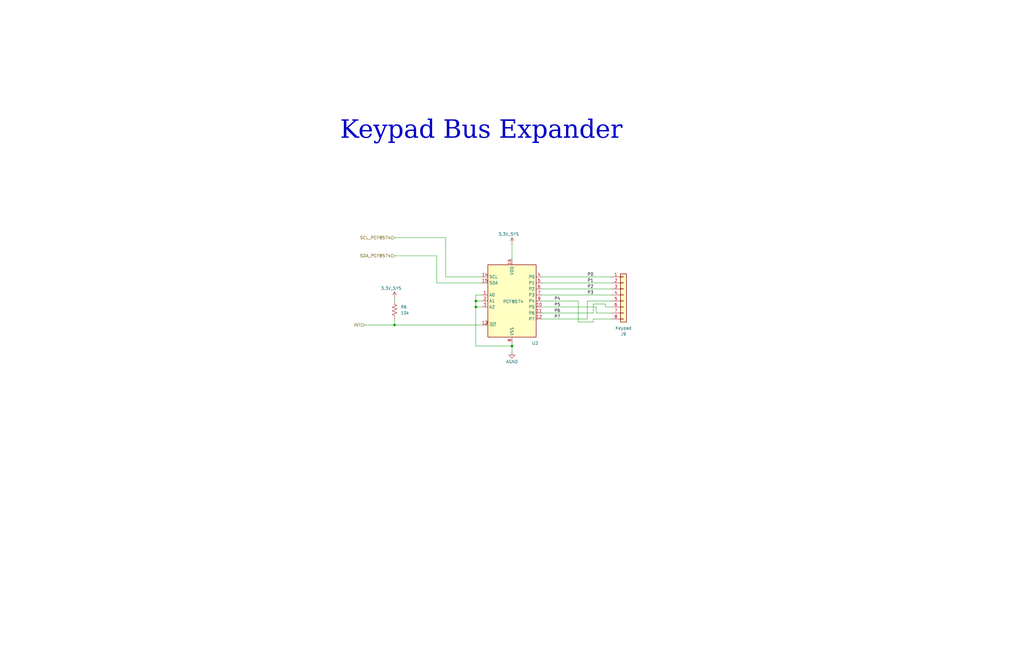
<source format=kicad_sch>
(kicad_sch (version 20231120) (generator "eeschema") (generator_version "8.0")
  (paper "B")
  (title_block (title "SCAN") (date "2025-01-30") (rev "v1.1") (company "Senior Design Group 35"))
  (lib_symbols
    (symbol "Connector_Generic:Conn_01x08" (pin_names (offset 1.016) hide)
      (property "Reference" "J" (at 0 10.16 0))
      (property "Value" "Conn_01x08" (at 0 -12.7 0))
      (symbol "Conn_01x08_1_1"
        (rectangle (start -1.27 -10.033) (end 0 -10.287) (stroke (width 0.1524)))
        (rectangle (start -1.27 -7.493) (end 0 -7.747) (stroke (width 0.1524)))
        (rectangle (start -1.27 -4.953) (end 0 -5.207) (stroke (width 0.1524)))
        (rectangle (start -1.27 -2.413) (end 0 -2.667) (stroke (width 0.1524)))
        (rectangle (start -1.27 0.127) (end 0 -0.127) (stroke (width 0.1524)))
        (rectangle (start -1.27 2.667) (end 0 2.413) (stroke (width 0.1524)))
        (rectangle (start -1.27 5.207) (end 0 4.953) (stroke (width 0.1524)))
        (rectangle (start -1.27 7.747) (end 0 7.493) (stroke (width 0.1524)))
        (rectangle (start -1.27 8.89) (end 1.27 -11.43) (stroke (width 0.254)) (fill (type background)))
        (pin passive line (at -5.08 7.62 0) (length 3.81) (name "Pin_1") (number "1"))
        (pin passive line (at -5.08 5.08 0) (length 3.81) (name "Pin_2") (number "2"))
        (pin passive line (at -5.08 2.54 0) (length 3.81) (name "Pin_3") (number "3"))
        (pin passive line (at -5.08 0 0) (length 3.81) (name "Pin_4") (number "4"))
        (pin passive line (at -5.08 -2.54 0) (length 3.81) (name "Pin_5") (number "5"))
        (pin passive line (at -5.08 -5.08 0) (length 3.81) (name "Pin_6") (number "6"))
        (pin passive line (at -5.08 -7.62 0) (length 3.81) (name "Pin_7") (number "7"))
        (pin passive line (at -5.08 -10.16 0) (length 3.81) (name "Pin_8") (number "8"))
      )
    )
    (symbol "Device:R_US" (pin_numbers hide) (pin_names (offset 0))
      (property "Reference" "R" (at 2.54 0 90))
      (property "Value" "R_US" (at -2.54 0 90))
      (symbol "R_US_0_1"
        (polyline (pts (xy 0 -2.286) (xy 0 -2.54)))
        (polyline (pts (xy 0 2.286) (xy 0 2.54)))
        (polyline (pts (xy 0 -0.762) (xy 1.016 -1.143) (xy 0 -1.524) (xy -1.016 -1.905) (xy 0 -2.286)))
        (polyline (pts (xy 0 0.762) (xy 1.016 0.381) (xy 0 0) (xy -1.016 -0.381) (xy 0 -0.762)))
        (polyline (pts (xy 0 2.286) (xy 1.016 1.905) (xy 0 1.524) (xy -1.016 1.143) (xy 0 0.762)))
      )
      (symbol "R_US_1_1"
        (pin passive line (at 0 3.81 270) (length 1.27) (name "~") (number "1"))
        (pin passive line (at 0 -3.81 90) (length 1.27) (name "~") (number "2"))
      )
    )
    (symbol "Interface_Expansion:PCF8574"
      (property "Reference" "U" (at -8.89 16.51 0))
      (property "Value" "PCF8574" (at 2.54 16.51 0))
      (symbol "PCF8574_0_1"
        (rectangle (start -10.16 15.24) (end 10.16 -15.24) (stroke (width 0.254)) (fill (type background)))
      )
      (symbol "PCF8574_1_1"
        (pin input line (at -12.7 2.54 0) (length 2.54) (name "A0") (number "1"))
        (pin bidirectional line (at 12.7 -2.54 180) (length 2.54) (name "P5") (number "10"))
        (pin bidirectional line (at 12.7 -5.08 180) (length 2.54) (name "P6") (number "11"))
        (pin bidirectional line (at 12.7 -7.62 180) (length 2.54) (name "P7") (number "12"))
        (pin open_collector output_low (at -12.7 -10.16 0) (length 2.54) (name "~{INT}") (number "13"))
        (pin input line (at -12.7 10.16 0) (length 2.54) (name "SCL") (number "14"))
        (pin bidirectional line (at -12.7 7.62 0) (length 2.54) (name "SDA") (number "15"))
        (pin power_in line (at 0 17.78 270) (length 2.54) (name "VDD") (number "16"))
        (pin input line (at -12.7 0 0) (length 2.54) (name "A1") (number "2"))
        (pin input line (at -12.7 -2.54 0) (length 2.54) (name "A2") (number "3"))
        (pin bidirectional line (at 12.7 10.16 180) (length 2.54) (name "P0") (number "4"))
        (pin bidirectional line (at 12.7 7.62 180) (length 2.54) (name "P1") (number "5"))
        (pin bidirectional line (at 12.7 5.08 180) (length 2.54) (name "P2") (number "6"))
        (pin bidirectional line (at 12.7 2.54 180) (length 2.54) (name "P3") (number "7"))
        (pin power_in line (at 0 -17.78 90) (length 2.54) (name "VSS") (number "8"))
        (pin bidirectional line (at 12.7 0 180) (length 2.54) (name "P4") (number "9"))
      )
    )
    (symbol "power:+3.3V" (power) (pin_numbers hide) (pin_names (offset 0) hide)
      (property "Value" "+3.3V" (at 0 3.556 0))
      (symbol "+3.3V_0_1"
        (polyline (pts (xy -0.762 1.27) (xy 0 2.54)))
        (polyline (pts (xy 0 0) (xy 0 2.54)))
        (polyline (pts (xy 0 2.54) (xy 0.762 1.27)))
      )
      (symbol "+3.3V_1_1"
        (pin power_in line (at 0 0 90) (length 0) (name "~") (number "1"))
      )
    )
    (symbol "power:GND" (power) (pin_numbers hide) (pin_names (offset 0) hide)
      (property "Value" "GND" (at 0 -3.81 0))
      (symbol "GND_0_1"
        (polyline (pts (xy 0 0) (xy 0 -1.27) (xy 1.27 -1.27) (xy 0 -2.54) (xy -1.27 -1.27) (xy 0 -1.27)))
      )
      (symbol "GND_1_1"
        (pin power_in line (at 0 0 270) (length 0) (name "~") (number "1"))
      )
    )
  )
  (junction (at 215.9 146.05))
  (junction (at 166.37 137.16))
  (junction (at 200.66 129.54))
  (junction (at 200.66 127))
  (wire (pts (xy 250.19 128.27) (xy 255.27 128.27)))
  (wire (pts (xy 228.6 127) (xy 243.84 127)))
  (wire (pts (xy 228.6 129.54) (xy 251.46 129.54)))
  (wire (pts (xy 215.9 102.87) (xy 215.9 109.22)))
  (wire (pts (xy 166.37 107.95) (xy 184.15 107.95)))
  (wire (pts (xy 166.37 137.16) (xy 166.37 134.62)))
  (wire (pts (xy 200.66 127) (xy 203.2 127)))
  (wire (pts (xy 215.9 148.59) (xy 215.9 146.05)))
  (wire (pts (xy 215.9 146.05) (xy 215.9 144.78)))
  (wire (pts (xy 153.67 137.16) (xy 166.37 137.16)))
  (wire (pts (xy 257.81 119.38) (xy 228.6 119.38)))
  (wire (pts (xy 257.81 124.46) (xy 228.6 124.46)))
  (wire (pts (xy 200.66 146.05) (xy 215.9 146.05)))
  (wire (pts (xy 247.65 134.62) (xy 247.65 127)))
  (wire (pts (xy 250.19 135.89) (xy 250.19 134.62)))
  (wire (pts (xy 250.19 134.62) (xy 257.81 134.62)))
  (wire (pts (xy 166.37 125.73) (xy 166.37 127)))
  (wire (pts (xy 184.15 119.38) (xy 203.2 119.38)))
  (wire (pts (xy 243.84 127) (xy 243.84 135.89)))
  (wire (pts (xy 257.81 121.92) (xy 228.6 121.92)))
  (wire (pts (xy 251.46 132.08) (xy 257.81 132.08)))
  (wire (pts (xy 200.66 124.46) (xy 200.66 127)))
  (wire (pts (xy 250.19 132.08) (xy 250.19 128.27)))
  (wire (pts (xy 257.81 116.84) (xy 228.6 116.84)))
  (wire (pts (xy 200.66 129.54) (xy 200.66 146.05)))
  (wire (pts (xy 200.66 124.46) (xy 203.2 124.46)))
  (wire (pts (xy 247.65 127) (xy 257.81 127)))
  (wire (pts (xy 187.96 100.33) (xy 187.96 116.84)))
  (wire (pts (xy 251.46 129.54) (xy 251.46 132.08)))
  (wire (pts (xy 200.66 129.54) (xy 203.2 129.54)))
  (wire (pts (xy 228.6 132.08) (xy 250.19 132.08)))
  (wire (pts (xy 187.96 116.84) (xy 203.2 116.84)))
  (wire (pts (xy 228.6 134.62) (xy 247.65 134.62)))
  (wire (pts (xy 166.37 100.33) (xy 187.96 100.33)))
  (wire (pts (xy 255.27 129.54) (xy 257.81 129.54)))
  (wire (pts (xy 200.66 127) (xy 200.66 129.54)))
  (wire (pts (xy 166.37 137.16) (xy 203.2 137.16)))
  (wire (pts (xy 243.84 135.89) (xy 250.19 135.89)))
  (wire (pts (xy 255.27 128.27) (xy 255.27 129.54)))
  (wire (pts (xy 184.15 107.95) (xy 184.15 119.38)))
  (rectangle (start 187.96 101.6) (end 187.96 101.6))
  (text "Keypad Bus Expander" (at 202.946 57.15 0) (effects (font (size 7.62 7.62) (thickness 0.9525))))
  (label "P3" (at 247.65 124.46 0))
  (label "P7" (at 233.68 134.62 0))
  (label "P1" (at 247.65 119.38 0))
  (label "P4" (at 233.68 127 0))
  (label "P2" (at 247.65 121.92 0))
  (label "P5" (at 233.68 129.54 0))
  (label "P6" (at 233.68 132.08 0))
  (label "P0" (at 247.65 116.84 0))
  (hierarchical_label "INT" (shape input) (at 153.67 137.16 180))
  (hierarchical_label "SCL_PCF8574" (shape input) (at 166.37 100.33 180))
  (hierarchical_label "SDA_PCF8574" (shape input) (at 166.37 107.95 180))
  (symbol (lib_id "power:GND") (at 215.9 148.59 0) (unit 1)
    (property "Reference" "#PWR044" (effects (hide yes)))
    (property "Value" "AGND" (at 215.9 152.654 0))
    (property "Description" "Power symbol creates a global label with name \"GND\" , ground" (effects (hide yes)))
  )
  (symbol (lib_id "Interface_Expansion:PCF8574") (at 215.9 127 0) (unit 1)
    (property "Reference" "U2" (at 224.282 144.78 0) (effects (justify left)))
    (property "Value" "PCF8574" (at 212.09 127.254 0) (effects (justify left)))
    (property "Footprint" "SCAN_footprints:DIP794W45P254L1969H508Q16" (effects (hide yes)))
    (property "Datasheet" "http://www.nxp.com/docs/en/data-sheet/PCF8574_PCF8574A.pdf" (effects (hide yes)))
    (property "Description" "8 Bit Port/Expander to I2C Bus, DIP/SOIC-16" (effects (hide yes)))
  )
  (symbol (lib_id "Connector_Generic:Conn_01x08") (at 262.89 124.46 0) (unit 1)
    (property "Reference" "J9" (at 262.89 140.97 0))
    (property "Value" "Keypad" (at 262.89 138.43 0))
    (property "Footprint" "Connector_PinHeader_2.54mm:PinHeader_1x08_P2.54mm_Vertical" (effects (hide yes)))
    (property "Description" "Generic connector, single row, 01x08, script generated (kicad-library-utils/schlib/autogen/connector/)" (effects (hide yes)))
  )
  (symbol (lib_id "Device:R_US") (at 166.37 130.81 0) (unit 1)
    (property "Reference" "R6" (at 168.91 129.5399 0) (effects (justify left)))
    (property "Value" "10k" (at 168.91 132.0799 0) (effects (justify left)))
    (property "Footprint" "Resistor_SMD:R_0805_2012Metric" (effects (hide yes)))
    (property "Description" "Resistor, US symbol" (effects (hide yes)))
  )
  (symbol (lib_id "power:+3.3V") (at 166.37 125.73 0) (unit 1)
    (property "Reference" "#PWR047" (effects (hide yes)))
    (property "Value" "3.3V_SYS" (at 160.528 121.666 0) (effects (justify left)))
    (property "Description" "Power symbol creates a global label with name \"+3.3V\"" (effects (hide yes)))
  )
  (symbol (lib_id "power:+3.3V") (at 215.9 102.87 0) (unit 1)
    (property "Reference" "#PWR042" (effects (hide yes)))
    (property "Value" "3.3V_SYS" (at 210.058 98.806 0) (effects (justify left)))
    (property "Description" "Power symbol creates a global label with name \"+3.3V\"" (effects (hide yes)))
  )
)
</source>
